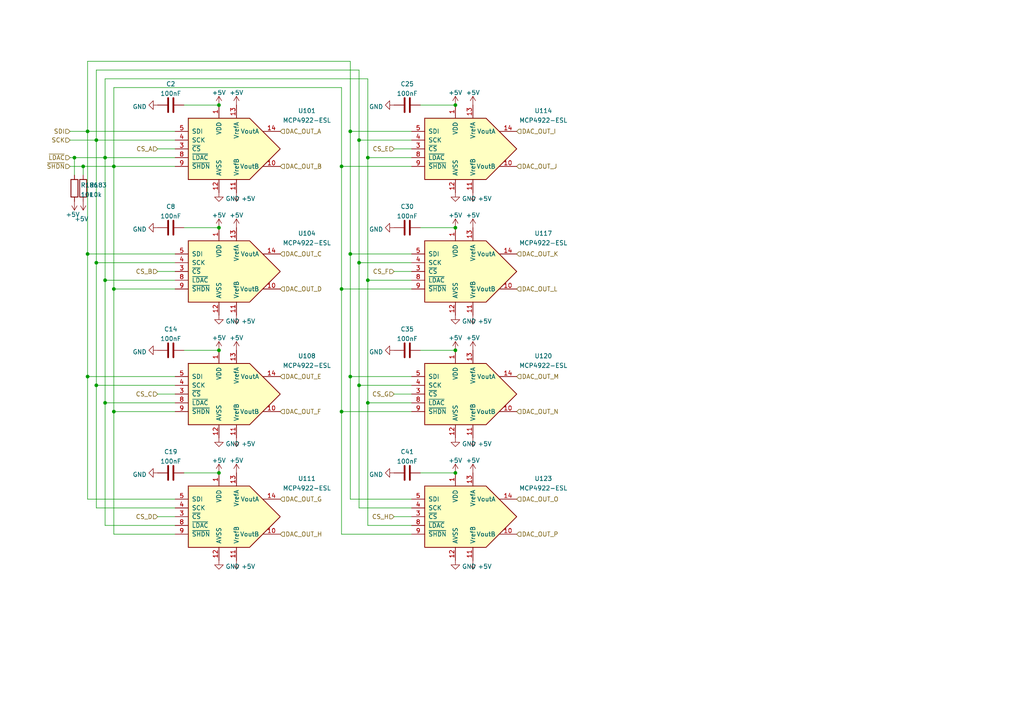
<source format=kicad_sch>
(kicad_sch (version 20211123) (generator eeschema)
  (paper "A4")
  (lib_symbols
    (symbol "Analog_DAC:MCP4922-ESL" (pin_names (offset 1.016))
      (property "Reference" "U" (at -10.16 10.16 0))
      (property "Value" "MCP4922-ESL" (at 3.81 10.16 0))
      (symbol "MCP4922-ESL_0_1"
        (polyline (pts (xy -11.43 8.89) (xy 6.35 8.89) (xy 15.24 0) (xy 6.35 -8.89) (xy -11.43 -8.89) (xy -11.43 8.89)) (stroke (width 0.254)) (fill (type background)))
      )
      (symbol "MCP4922-ESL_1_1"
        (pin power_in line (at -2.54 12.7 270) (length 3.81) (name "VDD") (number "1"))
        (pin passive line (at 15.24 -5.08 180) (length 5.08) (name "VoutB") (number "10"))
        (pin passive line (at 2.54 -12.7 90) (length 3.81) (name "VrefB") (number "11"))
        (pin power_in line (at -2.54 -12.7 90) (length 3.81) (name "AVSS") (number "12"))
        (pin passive line (at 2.54 12.7 270) (length 3.81) (name "VrefA") (number "13"))
        (pin passive line (at 15.24 5.08 180) (length 5.08) (name "VoutA") (number "14"))
        (pin no_connect line (at -5.08 -12.7 90) (length 2.54) hide (name "NC") (number "2"))
        (pin input line (at -15.24 0 0) (length 3.81) (name "~{CS}") (number "3"))
        (pin input line (at -15.24 2.54 0) (length 3.81) (name "SCK") (number "4"))
        (pin input line (at -15.24 5.08 0) (length 3.81) (name "SDI") (number "5"))
        (pin no_connect line (at -7.62 -12.7 90) (length 2.54) hide (name "NC") (number "6"))
        (pin no_connect line (at -10.16 -12.7 90) (length 2.54) hide (name "NC") (number "7"))
        (pin input line (at -15.24 -2.54 0) (length 3.81) (name "~{LDAC}") (number "8"))
        (pin input line (at -15.24 -5.08 0) (length 3.81) (name "~{SHDN}") (number "9"))
      )
    )
    (symbol "Device:C" (pin_numbers hide) (pin_names (offset 0.254))
      (property "Reference" "C" (at 0.635 2.54 0))
      (property "Value" "C" (at 0.635 -2.54 0))
      (symbol "C_0_1"
        (polyline (pts (xy -2.032 -0.762) (xy 2.032 -0.762)) (stroke (width 0.508)))
        (polyline (pts (xy -2.032 0.762) (xy 2.032 0.762)) (stroke (width 0.508)))
      )
      (symbol "C_1_1"
        (pin passive line (at 0 3.81 270) (length 2.794) (name "~") (number "1"))
        (pin passive line (at 0 -3.81 90) (length 2.794) (name "~") (number "2"))
      )
    )
    (symbol "Device:R" (pin_numbers hide) (pin_names (offset 0))
      (property "Reference" "R" (at 2.032 0 90))
      (property "Value" "R" (at 0 0 90))
      (symbol "R_0_1"
        (rectangle (start -1.016 -2.54) (end 1.016 2.54) (stroke (width 0.254)))
      )
      (symbol "R_1_1"
        (pin passive line (at 0 3.81 270) (length 1.27) (name "~") (number "1"))
        (pin passive line (at 0 -3.81 90) (length 1.27) (name "~") (number "2"))
      )
    )
    (symbol "power:+5V" (power) (pin_names (offset 0))
      (property "Value" "+5V" (at 0 3.556 0))
      (symbol "+5V_0_1"
        (polyline (pts (xy -0.762 1.27) (xy 0 2.54)))
        (polyline (pts (xy 0 0) (xy 0 2.54)))
        (polyline (pts (xy 0 2.54) (xy 0.762 1.27)))
      )
      (symbol "+5V_1_1"
        (pin power_in line (at 0 0 90) (length 0) hide (name "+5V") (number "1"))
      )
    )
    (symbol "power:GND" (power) (pin_names (offset 0))
      (property "Value" "GND" (at 0 -3.81 0))
      (symbol "GND_0_1"
        (polyline (pts (xy 0 0) (xy 0 -1.27) (xy 1.27 -1.27) (xy 0 -2.54) (xy -1.27 -1.27) (xy 0 -1.27)))
      )
      (symbol "GND_1_1"
        (pin power_in line (at 0 0 270) (length 0) hide (name "GND") (number "1"))
      )
    )
  )
  (junction (at 63.5 66.04))
  (junction (at 63.5 30.48))
  (junction (at 33.02 119.38))
  (junction (at 27.94 40.64))
  (junction (at 106.68 81.28))
  (junction (at 101.6 73.66))
  (junction (at 25.4 73.66))
  (junction (at 132.08 101.6))
  (junction (at 132.08 30.48))
  (junction (at 101.6 38.1))
  (junction (at 63.5 101.6))
  (junction (at 25.4 38.1))
  (junction (at 24.13 48.26))
  (junction (at 27.94 111.76))
  (junction (at 33.02 48.26))
  (junction (at 132.08 66.04))
  (junction (at 63.5 137.16))
  (junction (at 21.59 45.72))
  (junction (at 25.4 109.22))
  (junction (at 101.6 109.22))
  (junction (at 99.06 83.82))
  (junction (at 106.68 45.72))
  (junction (at 27.94 76.2))
  (junction (at 33.02 83.82))
  (junction (at 132.08 137.16))
  (junction (at 30.48 116.84))
  (junction (at 104.14 111.76))
  (junction (at 104.14 76.2))
  (junction (at 30.48 45.72))
  (junction (at 106.68 116.84))
  (junction (at 104.14 40.64))
  (junction (at 99.06 48.26))
  (junction (at 30.48 81.28))
  (junction (at 99.06 119.38))
  (wire (pts (xy 45.72 78.74) (xy 50.8 78.74)))
  (wire (pts (xy 101.6 144.78) (xy 119.38 144.78)))
  (wire (pts (xy 33.02 48.26) (xy 33.02 83.82)))
  (wire (pts (xy 30.48 81.28) (xy 30.48 116.84)))
  (wire (pts (xy 99.06 83.82) (xy 99.06 48.26)))
  (wire (pts (xy 30.48 22.86) (xy 30.48 45.72)))
  (wire (pts (xy 114.3 78.74) (xy 119.38 78.74)))
  (wire (pts (xy 114.3 114.3) (xy 119.38 114.3)))
  (wire (pts (xy 20.32 40.64) (xy 27.94 40.64)))
  (wire (pts (xy 25.4 38.1) (xy 25.4 17.78)))
  (wire (pts (xy 99.06 83.82) (xy 119.38 83.82)))
  (wire (pts (xy 25.4 144.78) (xy 50.8 144.78)))
  (wire (pts (xy 45.72 43.18) (xy 50.8 43.18)))
  (wire (pts (xy 106.68 45.72) (xy 106.68 81.28)))
  (wire (pts (xy 101.6 17.78) (xy 101.6 38.1)))
  (wire (pts (xy 101.6 73.66) (xy 101.6 109.22)))
  (wire (pts (xy 104.14 76.2) (xy 104.14 111.76)))
  (wire (pts (xy 104.14 20.32) (xy 27.94 20.32)))
  (wire (pts (xy 25.4 38.1) (xy 25.4 73.66)))
  (wire (pts (xy 33.02 119.38) (xy 50.8 119.38)))
  (wire (pts (xy 27.94 111.76) (xy 27.94 147.32)))
  (wire (pts (xy 121.92 137.16) (xy 132.08 137.16)))
  (wire (pts (xy 24.13 48.26) (xy 33.02 48.26)))
  (wire (pts (xy 20.32 45.72) (xy 21.59 45.72)))
  (wire (pts (xy 53.34 137.16) (xy 63.5 137.16)))
  (wire (pts (xy 33.02 83.82) (xy 50.8 83.82)))
  (wire (pts (xy 106.68 81.28) (xy 106.68 116.84)))
  (wire (pts (xy 30.48 81.28) (xy 50.8 81.28)))
  (wire (pts (xy 119.38 73.66) (xy 101.6 73.66)))
  (wire (pts (xy 27.94 40.64) (xy 27.94 76.2)))
  (wire (pts (xy 119.38 154.94) (xy 99.06 154.94)))
  (wire (pts (xy 24.13 48.26) (xy 24.13 50.8)))
  (wire (pts (xy 106.68 116.84) (xy 119.38 116.84)))
  (wire (pts (xy 53.34 30.48) (xy 63.5 30.48)))
  (wire (pts (xy 114.3 149.86) (xy 119.38 149.86)))
  (wire (pts (xy 119.38 45.72) (xy 106.68 45.72)))
  (wire (pts (xy 45.72 149.86) (xy 50.8 149.86)))
  (wire (pts (xy 20.32 48.26) (xy 24.13 48.26)))
  (wire (pts (xy 25.4 73.66) (xy 50.8 73.66)))
  (wire (pts (xy 119.38 38.1) (xy 101.6 38.1)))
  (wire (pts (xy 104.14 147.32) (xy 119.38 147.32)))
  (wire (pts (xy 30.48 152.4) (xy 50.8 152.4)))
  (wire (pts (xy 104.14 76.2) (xy 119.38 76.2)))
  (wire (pts (xy 119.38 40.64) (xy 104.14 40.64)))
  (wire (pts (xy 21.59 45.72) (xy 21.59 50.8)))
  (wire (pts (xy 121.92 30.48) (xy 132.08 30.48)))
  (wire (pts (xy 101.6 109.22) (xy 119.38 109.22)))
  (wire (pts (xy 50.8 45.72) (xy 30.48 45.72)))
  (wire (pts (xy 104.14 40.64) (xy 104.14 76.2)))
  (wire (pts (xy 33.02 119.38) (xy 33.02 154.94)))
  (wire (pts (xy 45.72 114.3) (xy 50.8 114.3)))
  (wire (pts (xy 33.02 25.4) (xy 33.02 48.26)))
  (wire (pts (xy 121.92 101.6) (xy 132.08 101.6)))
  (wire (pts (xy 104.14 40.64) (xy 104.14 20.32)))
  (wire (pts (xy 27.94 76.2) (xy 50.8 76.2)))
  (wire (pts (xy 114.3 43.18) (xy 119.38 43.18)))
  (wire (pts (xy 53.34 66.04) (xy 63.5 66.04)))
  (wire (pts (xy 30.48 116.84) (xy 30.48 152.4)))
  (wire (pts (xy 104.14 111.76) (xy 119.38 111.76)))
  (wire (pts (xy 20.32 38.1) (xy 25.4 38.1)))
  (wire (pts (xy 121.92 66.04) (xy 132.08 66.04)))
  (wire (pts (xy 25.4 17.78) (xy 101.6 17.78)))
  (wire (pts (xy 25.4 109.22) (xy 50.8 109.22)))
  (wire (pts (xy 106.68 45.72) (xy 106.68 22.86)))
  (wire (pts (xy 33.02 83.82) (xy 33.02 119.38)))
  (wire (pts (xy 50.8 38.1) (xy 25.4 38.1)))
  (wire (pts (xy 99.06 48.26) (xy 119.38 48.26)))
  (wire (pts (xy 106.68 81.28) (xy 119.38 81.28)))
  (wire (pts (xy 25.4 73.66) (xy 25.4 109.22)))
  (wire (pts (xy 101.6 38.1) (xy 101.6 73.66)))
  (wire (pts (xy 33.02 154.94) (xy 50.8 154.94)))
  (wire (pts (xy 99.06 154.94) (xy 99.06 119.38)))
  (wire (pts (xy 99.06 119.38) (xy 99.06 83.82)))
  (wire (pts (xy 33.02 48.26) (xy 50.8 48.26)))
  (wire (pts (xy 25.4 109.22) (xy 25.4 144.78)))
  (wire (pts (xy 30.48 116.84) (xy 50.8 116.84)))
  (wire (pts (xy 53.34 101.6) (xy 63.5 101.6)))
  (wire (pts (xy 30.48 45.72) (xy 30.48 81.28)))
  (wire (pts (xy 27.94 76.2) (xy 27.94 111.76)))
  (wire (pts (xy 99.06 25.4) (xy 33.02 25.4)))
  (wire (pts (xy 104.14 111.76) (xy 104.14 147.32)))
  (wire (pts (xy 106.68 152.4) (xy 119.38 152.4)))
  (wire (pts (xy 27.94 111.76) (xy 50.8 111.76)))
  (wire (pts (xy 99.06 119.38) (xy 119.38 119.38)))
  (wire (pts (xy 101.6 109.22) (xy 101.6 144.78)))
  (wire (pts (xy 99.06 48.26) (xy 99.06 25.4)))
  (wire (pts (xy 27.94 147.32) (xy 50.8 147.32)))
  (wire (pts (xy 50.8 40.64) (xy 27.94 40.64)))
  (wire (pts (xy 21.59 45.72) (xy 30.48 45.72)))
  (wire (pts (xy 27.94 20.32) (xy 27.94 40.64)))
  (wire (pts (xy 30.48 22.86) (xy 106.68 22.86)))
  (wire (pts (xy 106.68 116.84) (xy 106.68 152.4)))
  (hierarchical_label "DAC_OUT_D" (shape input) (at 81.28 83.82 0))
  (hierarchical_label "DAC_OUT_N" (shape input) (at 149.86 119.38 0))
  (hierarchical_label "DAC_OUT_K" (shape input) (at 149.86 73.66 0))
  (hierarchical_label "CS_A" (shape input) (at 45.72 43.18 180))
  (hierarchical_label "CS_B" (shape input) (at 45.72 78.74 180))
  (hierarchical_label "DAC_OUT_I" (shape input) (at 149.86 38.1 0))
  (hierarchical_label "SCK" (shape input) (at 20.32 40.64 180))
  (hierarchical_label "CS_H" (shape input) (at 114.3 149.86 180))
  (hierarchical_label "CS_C" (shape input) (at 45.72 114.3 180))
  (hierarchical_label "CS_E" (shape input) (at 114.3 43.18 180))
  (hierarchical_label "DAC_OUT_C" (shape input) (at 81.28 73.66 0))
  (hierarchical_label "~{SHDN}" (shape input) (at 20.32 48.26 180))
  (hierarchical_label "CS_D" (shape input) (at 45.72 149.86 180))
  (hierarchical_label "CS_F" (shape input) (at 114.3 78.74 180))
  (hierarchical_label "DAC_OUT_J" (shape input) (at 149.86 48.26 0))
  (hierarchical_label "DAC_OUT_A" (shape input) (at 81.28 38.1 0))
  (hierarchical_label "DAC_OUT_M" (shape input) (at 149.86 109.22 0))
  (hierarchical_label "SDI" (shape input) (at 20.32 38.1 180))
  (hierarchical_label "DAC_OUT_G" (shape input) (at 81.28 144.78 0))
  (hierarchical_label "DAC_OUT_L" (shape input) (at 149.86 83.82 0))
  (hierarchical_label "DAC_OUT_F" (shape input) (at 81.28 119.38 0))
  (hierarchical_label "CS_G" (shape input) (at 114.3 114.3 180))
  (hierarchical_label "DAC_OUT_B" (shape input) (at 81.28 48.26 0))
  (hierarchical_label "DAC_OUT_O" (shape input) (at 149.86 144.78 0))
  (hierarchical_label "~{LDAC}" (shape input) (at 20.32 45.72 180))
  (hierarchical_label "DAC_OUT_E" (shape input) (at 81.28 109.22 0))
  (hierarchical_label "DAC_OUT_P" (shape input) (at 149.86 154.94 0))
  (hierarchical_label "DAC_OUT_H" (shape input) (at 81.28 154.94 0))
  (symbol (lib_id "power:GND") (at 114.3 137.16 270) (unit 1)
    (property "Reference" "#PWR024" (effects hide))
    (property "Value" "GND" (at 111.1251 137.639 90) (effects (justify right)))
  )
  (symbol (lib_id "Analog_DAC:MCP4922-ESL") (at 134.62 78.74 0) (unit 1)
    (property "Reference" "U117" (at 157.5957 67.6867 0))
    (property "Value" "MCP4922-ESL" (at 157.5957 70.4618 0))
    (property "Footprint" "Package_DIP:DIP-14_W7.62mm_Socket_LongPads" (effects hide))
    (property "Datasheet" "http://ww1.microchip.com/downloads/en/devicedoc/21897a.pdf" (effects hide))
  )
  (symbol (lib_id "power:GND") (at 45.72 66.04 270) (unit 1)
    (property "Reference" "#PWR02" (effects hide))
    (property "Value" "GND" (at 42.5451 66.519 90) (effects (justify right)))
  )
  (symbol (lib_id "power:GND") (at 132.08 127 0) (unit 1)
    (property "Reference" "#PWR030" (effects hide))
    (property "Value" "GND" (at 133.985 128.749 0) (effects (justify left)))
  )
  (symbol (lib_id "power:GND") (at 132.08 91.44 0) (unit 1)
    (property "Reference" "#PWR028" (effects hide))
    (property "Value" "GND" (at 133.985 93.189 0) (effects (justify left)))
  )
  (symbol (lib_id "power:+5V") (at 63.5 30.48 0) (unit 1)
    (property "Reference" "#PWR05" (effects hide))
    (property "Value" "+5V" (at 63.5 26.8755 0))
  )
  (symbol (lib_id "Device:R") (at 21.59 54.61 180) (unit 1)
    (property "Reference" "R186" (at 23.368 53.7015 0) (effects (justify right)))
    (property "Value" "10k" (at 23.368 56.4766 0) (effects (justify right)))
    (property "Footprint" "Resistor_SMD:R_1206_3216Metric_Pad1.30x1.75mm_HandSolder" (effects hide))
  )
  (symbol (lib_id "power:+5V") (at 68.58 55.88 180) (unit 1)
    (property "Reference" "#PWR014" (effects hide))
    (property "Value" "+5V" (at 69.977 57.629 0) (effects (justify right)))
  )
  (symbol (lib_id "power:GND") (at 45.72 137.16 270) (unit 1)
    (property "Reference" "#PWR04" (effects hide))
    (property "Value" "GND" (at 42.5451 137.639 90) (effects (justify right)))
  )
  (symbol (lib_id "Analog_DAC:MCP4922-ESL") (at 66.04 114.3 0) (unit 1)
    (property "Reference" "U108" (at 89.0157 103.2467 0))
    (property "Value" "MCP4922-ESL" (at 89.0157 106.0218 0))
    (property "Footprint" "Package_DIP:DIP-14_W7.62mm_Socket_LongPads" (effects hide))
    (property "Datasheet" "http://ww1.microchip.com/downloads/en/devicedoc/21897a.pdf" (effects hide))
  )
  (symbol (lib_id "Analog_DAC:MCP4922-ESL") (at 134.62 114.3 0) (unit 1)
    (property "Reference" "U120" (at 157.5957 103.2467 0))
    (property "Value" "MCP4922-ESL" (at 157.5957 106.0218 0))
    (property "Footprint" "Package_DIP:DIP-14_W7.62mm_Socket_LongPads" (effects hide))
    (property "Datasheet" "http://ww1.microchip.com/downloads/en/devicedoc/21897a.pdf" (effects hide))
  )
  (symbol (lib_id "power:+5V") (at 137.16 127 180) (unit 1)
    (property "Reference" "#PWR038" (effects hide))
    (property "Value" "+5V" (at 138.557 128.749 0) (effects (justify right)))
  )
  (symbol (lib_id "power:GND") (at 114.3 66.04 270) (unit 1)
    (property "Reference" "#PWR022" (effects hide))
    (property "Value" "GND" (at 111.1251 66.519 90) (effects (justify right)))
  )
  (symbol (lib_id "Device:C") (at 49.53 137.16 90) (unit 1)
    (property "Reference" "C19" (at 49.53 131.0345 90))
    (property "Value" "100nF" (at 49.53 133.8096 90))
    (property "Footprint" "Capacitor_SMD:C_1206_3216Metric_Pad1.33x1.80mm_HandSolder" (effects hide))
  )
  (symbol (lib_id "Device:C") (at 49.53 30.48 90) (unit 1)
    (property "Reference" "C2" (at 49.53 24.3545 90))
    (property "Value" "100nF" (at 49.53 27.1296 90))
    (property "Footprint" "Capacitor_SMD:C_1206_3216Metric_Pad1.33x1.80mm_HandSolder" (effects hide))
  )
  (symbol (lib_id "power:+5V") (at 137.16 30.48 0) (unit 1)
    (property "Reference" "#PWR033" (effects hide))
    (property "Value" "+5V" (at 137.16 26.8755 0))
  )
  (symbol (lib_id "power:+5V") (at 68.58 66.04 0) (unit 1)
    (property "Reference" "#PWR015" (effects hide))
    (property "Value" "+5V" (at 68.58 62.4355 0))
  )
  (symbol (lib_id "power:+5V") (at 68.58 101.6 0) (unit 1)
    (property "Reference" "#PWR017" (effects hide))
    (property "Value" "+5V" (at 68.58 97.9955 0))
  )
  (symbol (lib_id "power:+5V") (at 132.08 30.48 0) (unit 1)
    (property "Reference" "#PWR025" (effects hide))
    (property "Value" "+5V" (at 132.08 26.8755 0))
  )
  (symbol (lib_id "power:+5V") (at 68.58 137.16 0) (unit 1)
    (property "Reference" "#PWR019" (effects hide))
    (property "Value" "+5V" (at 68.58 133.5555 0))
  )
  (symbol (lib_id "power:+5V") (at 137.16 137.16 0) (unit 1)
    (property "Reference" "#PWR039" (effects hide))
    (property "Value" "+5V" (at 137.16 133.5555 0))
  )
  (symbol (lib_id "Analog_DAC:MCP4922-ESL") (at 134.62 149.86 0) (unit 1)
    (property "Reference" "U123" (at 157.5957 138.8067 0))
    (property "Value" "MCP4922-ESL" (at 157.5957 141.5818 0))
    (property "Footprint" "Package_DIP:DIP-14_W7.62mm_Socket_LongPads" (effects hide))
    (property "Datasheet" "http://ww1.microchip.com/downloads/en/devicedoc/21897a.pdf" (effects hide))
  )
  (symbol (lib_id "power:GND") (at 132.08 162.56 0) (unit 1)
    (property "Reference" "#PWR032" (effects hide))
    (property "Value" "GND" (at 133.985 164.309 0) (effects (justify left)))
  )
  (symbol (lib_id "power:+5V") (at 63.5 101.6 0) (unit 1)
    (property "Reference" "#PWR09" (effects hide))
    (property "Value" "+5V" (at 63.5 97.9955 0))
  )
  (symbol (lib_id "power:GND") (at 63.5 127 0) (unit 1)
    (property "Reference" "#PWR010" (effects hide))
    (property "Value" "GND" (at 65.405 128.749 0) (effects (justify left)))
  )
  (symbol (lib_id "power:+5V") (at 68.58 162.56 180) (unit 1)
    (property "Reference" "#PWR020" (effects hide))
    (property "Value" "+5V" (at 69.977 164.309 0) (effects (justify right)))
  )
  (symbol (lib_id "power:GND") (at 45.72 30.48 270) (unit 1)
    (property "Reference" "#PWR01" (effects hide))
    (property "Value" "GND" (at 42.5451 30.959 90) (effects (justify right)))
  )
  (symbol (lib_id "power:GND") (at 132.08 55.88 0) (unit 1)
    (property "Reference" "#PWR026" (effects hide))
    (property "Value" "GND" (at 133.985 57.629 0) (effects (justify left)))
  )
  (symbol (lib_id "Device:C") (at 118.11 30.48 90) (unit 1)
    (property "Reference" "C25" (at 118.11 24.3545 90))
    (property "Value" "100nF" (at 118.11 27.1296 90))
    (property "Footprint" "Capacitor_SMD:C_1206_3216Metric_Pad1.33x1.80mm_HandSolder" (effects hide))
  )
  (symbol (lib_id "Device:C") (at 49.53 101.6 90) (unit 1)
    (property "Reference" "C14" (at 49.53 95.4745 90))
    (property "Value" "100nF" (at 49.53 98.2496 90))
    (property "Footprint" "Capacitor_SMD:C_1206_3216Metric_Pad1.33x1.80mm_HandSolder" (effects hide))
  )
  (symbol (lib_id "Device:C") (at 118.11 66.04 90) (unit 1)
    (property "Reference" "C30" (at 118.11 59.9145 90))
    (property "Value" "100nF" (at 118.11 62.6896 90))
    (property "Footprint" "Capacitor_SMD:C_1206_3216Metric_Pad1.33x1.80mm_HandSolder" (effects hide))
  )
  (symbol (lib_id "power:+5V") (at 132.08 101.6 0) (unit 1)
    (property "Reference" "#PWR029" (effects hide))
    (property "Value" "+5V" (at 132.08 97.9955 0))
  )
  (symbol (lib_id "power:GND") (at 45.72 101.6 270) (unit 1)
    (property "Reference" "#PWR03" (effects hide))
    (property "Value" "GND" (at 42.5451 102.079 90) (effects (justify right)))
  )
  (symbol (lib_id "Analog_DAC:MCP4922-ESL") (at 66.04 43.18 0) (unit 1)
    (property "Reference" "U101" (at 89.0157 32.1267 0))
    (property "Value" "MCP4922-ESL" (at 89.0157 34.9018 0))
    (property "Footprint" "Package_DIP:DIP-14_W7.62mm_Socket_LongPads" (effects hide))
    (property "Datasheet" "http://ww1.microchip.com/downloads/en/devicedoc/21897a.pdf" (effects hide))
  )
  (symbol (lib_id "power:+5V") (at 68.58 127 180) (unit 1)
    (property "Reference" "#PWR018" (effects hide))
    (property "Value" "+5V" (at 69.977 128.749 0) (effects (justify right)))
  )
  (symbol (lib_id "Analog_DAC:MCP4922-ESL") (at 134.62 43.18 0) (unit 1)
    (property "Reference" "U114" (at 157.5957 32.1267 0))
    (property "Value" "MCP4922-ESL" (at 157.5957 34.9018 0))
    (property "Footprint" "Package_DIP:DIP-14_W7.62mm_Socket_LongPads" (effects hide))
    (property "Datasheet" "http://ww1.microchip.com/downloads/en/devicedoc/21897a.pdf" (effects hide))
  )
  (symbol (lib_id "power:+5V") (at 137.16 91.44 180) (unit 1)
    (property "Reference" "#PWR036" (effects hide))
    (property "Value" "+5V" (at 138.557 93.189 0) (effects (justify right)))
  )
  (symbol (lib_id "power:+5V") (at 132.08 66.04 0) (unit 1)
    (property "Reference" "#PWR027" (effects hide))
    (property "Value" "+5V" (at 132.08 62.4355 0))
  )
  (symbol (lib_id "Device:R") (at 24.13 54.61 180) (unit 1)
    (property "Reference" "R183" (at 25.908 53.7015 0) (effects (justify right)))
    (property "Value" "10k" (at 25.908 56.4766 0) (effects (justify right)))
    (property "Footprint" "Resistor_SMD:R_1206_3216Metric_Pad1.30x1.75mm_HandSolder" (effects hide))
  )
  (symbol (lib_id "power:+5V") (at 63.5 137.16 0) (unit 1)
    (property "Reference" "#PWR011" (effects hide))
    (property "Value" "+5V" (at 63.5 133.5555 0))
  )
  (symbol (lib_id "power:+5V") (at 137.16 162.56 180) (unit 1)
    (property "Reference" "#PWR040" (effects hide))
    (property "Value" "+5V" (at 138.557 164.309 0) (effects (justify right)))
  )
  (symbol (lib_id "power:+5V") (at 24.13 58.42 180) (unit 1)
    (property "Reference" "#PWR0237" (effects hide))
    (property "Value" "+5V" (at 21.59 63.5 0) (effects (justify right)))
  )
  (symbol (lib_id "power:+5V") (at 68.58 91.44 180) (unit 1)
    (property "Reference" "#PWR016" (effects hide))
    (property "Value" "+5V" (at 69.977 93.189 0) (effects (justify right)))
  )
  (symbol (lib_id "power:+5V") (at 132.08 137.16 0) (unit 1)
    (property "Reference" "#PWR031" (effects hide))
    (property "Value" "+5V" (at 132.08 133.5555 0))
  )
  (symbol (lib_id "Device:C") (at 49.53 66.04 270) (unit 1)
    (property "Reference" "C8" (at 49.53 59.9145 90))
    (property "Value" "100nF" (at 49.53 62.6896 90))
    (property "Footprint" "Capacitor_SMD:C_1206_3216Metric_Pad1.33x1.80mm_HandSolder" (effects hide))
  )
  (symbol (lib_id "power:+5V") (at 68.58 30.48 0) (unit 1)
    (property "Reference" "#PWR013" (effects hide))
    (property "Value" "+5V" (at 68.58 26.8755 0))
  )
  (symbol (lib_id "power:GND") (at 63.5 91.44 0) (unit 1)
    (property "Reference" "#PWR08" (effects hide))
    (property "Value" "GND" (at 65.405 93.189 0) (effects (justify left)))
  )
  (symbol (lib_id "Analog_DAC:MCP4922-ESL") (at 66.04 78.74 0) (unit 1)
    (property "Reference" "U104" (at 89.0157 67.6867 0))
    (property "Value" "MCP4922-ESL" (at 89.0157 70.4618 0))
    (property "Footprint" "Package_DIP:DIP-14_W7.62mm_Socket_LongPads" (effects hide))
    (property "Datasheet" "http://ww1.microchip.com/downloads/en/devicedoc/21897a.pdf" (effects hide))
  )
  (symbol (lib_id "power:+5V") (at 63.5 66.04 0) (unit 1)
    (property "Reference" "#PWR07" (effects hide))
    (property "Value" "+5V" (at 63.5 62.4355 0))
  )
  (symbol (lib_id "power:GND") (at 114.3 30.48 270) (unit 1)
    (property "Reference" "#PWR021" (effects hide))
    (property "Value" "GND" (at 111.1251 30.959 90) (effects (justify right)))
  )
  (symbol (lib_id "power:+5V") (at 21.59 58.42 180) (unit 1)
    (property "Reference" "#PWR0236" (effects hide))
    (property "Value" "+5V" (at 19.05 62.23 0) (effects (justify right)))
  )
  (symbol (lib_id "power:GND") (at 63.5 162.56 0) (unit 1)
    (property "Reference" "#PWR012" (effects hide))
    (property "Value" "GND" (at 65.405 164.309 0) (effects (justify left)))
  )
  (symbol (lib_id "Device:C") (at 118.11 101.6 90) (unit 1)
    (property "Reference" "C35" (at 118.11 95.4745 90))
    (property "Value" "100nF" (at 118.11 98.2496 90))
    (property "Footprint" "Capacitor_SMD:C_1206_3216Metric_Pad1.33x1.80mm_HandSolder" (effects hide))
  )
  (symbol (lib_id "Device:C") (at 118.11 137.16 90) (unit 1)
    (property "Reference" "C41" (at 118.11 131.0345 90))
    (property "Value" "100nF" (at 118.11 133.8096 90))
    (property "Footprint" "Capacitor_SMD:C_1206_3216Metric_Pad1.33x1.80mm_HandSolder" (effects hide))
  )
  (symbol (lib_id "Analog_DAC:MCP4922-ESL") (at 66.04 149.86 0) (unit 1)
    (property "Reference" "U111" (at 89.0157 138.8067 0))
    (property "Value" "MCP4922-ESL" (at 89.0157 141.5818 0))
    (property "Footprint" "Package_DIP:DIP-14_W7.62mm_Socket_LongPads" (effects hide))
    (property "Datasheet" "http://ww1.microchip.com/downloads/en/devicedoc/21897a.pdf" (effects hide))
  )
  (symbol (lib_id "power:+5V") (at 137.16 101.6 0) (unit 1)
    (property "Reference" "#PWR037" (effects hide))
    (property "Value" "+5V" (at 137.16 97.9955 0))
  )
  (symbol (lib_id "power:+5V") (at 137.16 55.88 180) (unit 1)
    (property "Reference" "#PWR034" (effects hide))
    (property "Value" "+5V" (at 138.557 57.629 0) (effects (justify right)))
  )
  (symbol (lib_id "power:GND") (at 114.3 101.6 270) (unit 1)
    (property "Reference" "#PWR023" (effects hide))
    (property "Value" "GND" (at 111.1251 102.079 90) (effects (justify right)))
  )
  (symbol (lib_id "power:+5V") (at 137.16 66.04 0) (unit 1)
    (property "Reference" "#PWR035" (effects hide))
    (property "Value" "+5V" (at 137.16 62.4355 0))
  )
  (symbol (lib_id "power:GND") (at 63.5 55.88 0) (unit 1)
    (property "Reference" "#PWR06" (effects hide))
    (property "Value" "GND" (at 65.405 57.629 0) (effects (justify left)))
  )
)
</source>
